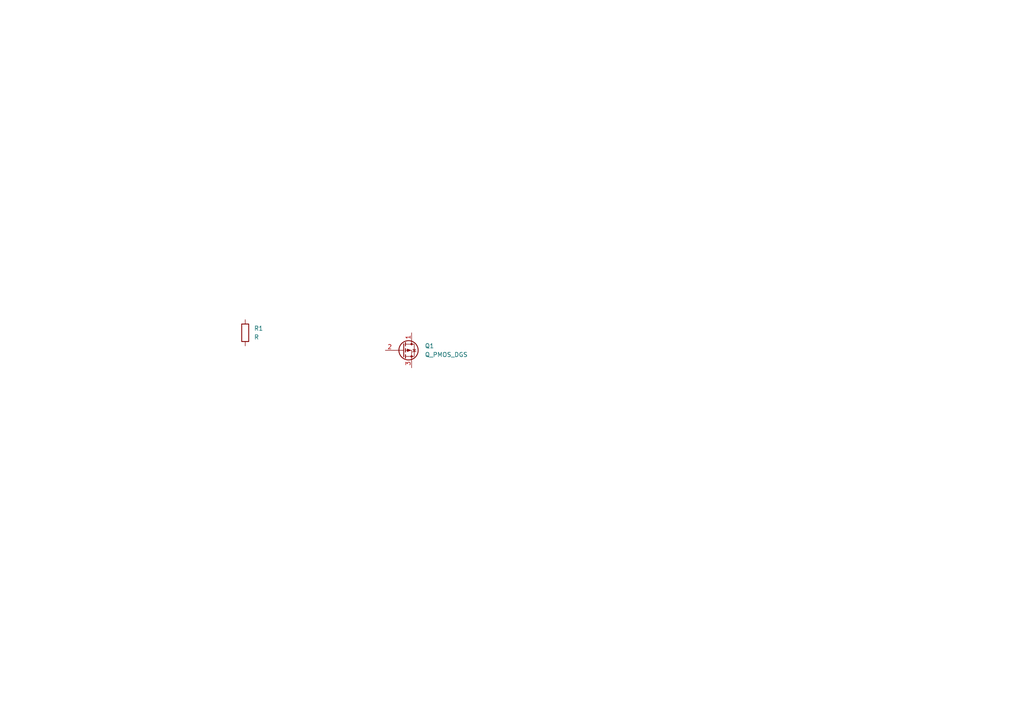
<source format=kicad_sch>
(kicad_sch (version 20231120) (generator "eeschema") (generator_version "8.0")
  (paper "A4")
  (lib_symbols
    (symbol "Device:Q_PMOS_DGS" (pin_names (offset 0) hide)
      (property "Reference" "Q" (at 5.08 1.27 0))
      (property "Value" "Q_PMOS_DGS" (at 5.08 -1.27 0))
      (symbol "Q_PMOS_DGS_0_1"
        (polyline (pts (xy 0.254 0) (xy -2.54 0)))
        (polyline (pts (xy 0.254 1.905) (xy 0.254 -1.905)) (stroke (width 0.254)))
        (polyline (pts (xy 0.762 -1.27) (xy 0.762 -2.286)) (stroke (width 0.254)))
        (polyline (pts (xy 0.762 0.508) (xy 0.762 -0.508)) (stroke (width 0.254)))
        (polyline (pts (xy 0.762 2.286) (xy 0.762 1.27)) (stroke (width 0.254)))
        (polyline (pts (xy 2.54 2.54) (xy 2.54 1.778)))
        (polyline (pts (xy 2.54 -2.54) (xy 2.54 0) (xy 0.762 0)))
        (polyline (pts (xy 0.762 1.778) (xy 3.302 1.778) (xy 3.302 -1.778) (xy 0.762 -1.778)))
        (polyline (pts (xy 2.286 0) (xy 1.27 0.381) (xy 1.27 -0.381) (xy 2.286 0)) (fill (type outline)))
        (polyline (pts (xy 2.794 -0.508) (xy 2.921 -0.381) (xy 3.683 -0.381) (xy 3.81 -0.254)))
        (polyline (pts (xy 3.302 -0.381) (xy 2.921 0.254) (xy 3.683 0.254) (xy 3.302 -0.381)))
        (circle (center 1.651 0) (radius 2.794) (stroke (width 0.254)))
        (circle (center 2.54 -1.778) (radius 0.254) (fill (type outline)))
        (circle (center 2.54 1.778) (radius 0.254) (fill (type outline)))
      )
      (symbol "Q_PMOS_DGS_1_1"
        (pin passive line (at 2.54 5.08 270) (length 2.54) (name "D") (number "1"))
        (pin input line (at -5.08 0 0) (length 2.54) (name "G") (number "2"))
        (pin passive line (at 2.54 -5.08 90) (length 2.54) (name "S") (number "3"))
      )
    )
    (symbol "Device:R" (pin_numbers hide) (pin_names (offset 0))
      (property "Reference" "R" (at 2.032 0 90))
      (property "Value" "R" (at 0 0 90))
      (symbol "R_0_1"
        (rectangle (start -1.016 -2.54) (end 1.016 2.54) (stroke (width 0.254)))
      )
      (symbol "R_1_1"
        (pin passive line (at 0 3.81 270) (length 1.27) (name "~") (number "1"))
        (pin passive line (at 0 -3.81 90) (length 1.27) (name "~") (number "2"))
      )
    )
  )
  (symbol (lib_id "Device:R") (at 71.12 96.52 0) (unit 1)
    (property "Reference" "R1" (at 73.66 95.2499 0) (effects (justify left)))
    (property "Value" "R" (at 73.66 97.7899 0) (effects (justify left)))
    (property "Description" "Resistor" (effects (hide yes)))
  )
  (symbol (lib_id "Device:Q_PMOS_DGS") (at 116.84 101.6 0) (unit 1)
    (property "Reference" "Q1" (at 123.19 100.3299 0) (effects (justify left)))
    (property "Value" "Q_PMOS_DGS" (at 123.19 102.8699 0) (effects (justify left)))
    (property "Description" "P-MOSFET transistor, drain/gate/source" (effects (hide yes)))
  )
)
</source>
